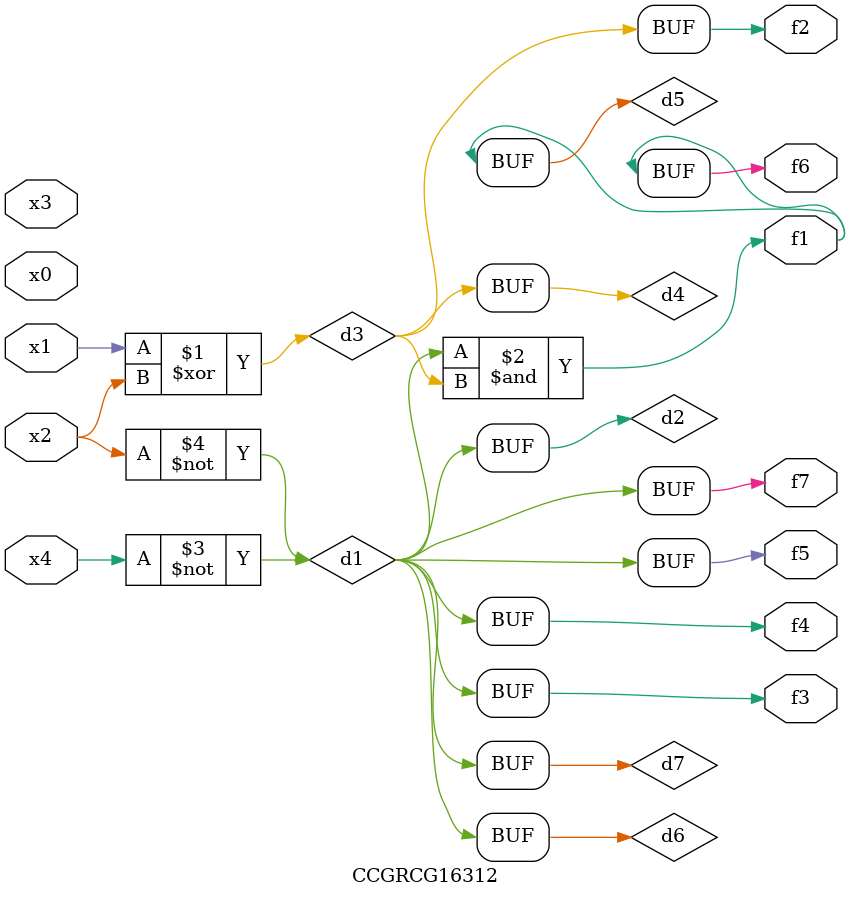
<source format=v>
module CCGRCG16312(
	input x0, x1, x2, x3, x4,
	output f1, f2, f3, f4, f5, f6, f7
);

	wire d1, d2, d3, d4, d5, d6, d7;

	not (d1, x4);
	not (d2, x2);
	xor (d3, x1, x2);
	buf (d4, d3);
	and (d5, d1, d3);
	buf (d6, d1, d2);
	buf (d7, d2);
	assign f1 = d5;
	assign f2 = d4;
	assign f3 = d7;
	assign f4 = d7;
	assign f5 = d7;
	assign f6 = d5;
	assign f7 = d7;
endmodule

</source>
